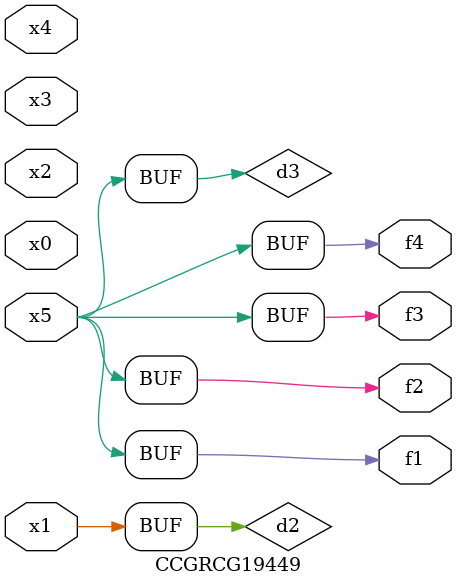
<source format=v>
module CCGRCG19449(
	input x0, x1, x2, x3, x4, x5,
	output f1, f2, f3, f4
);

	wire d1, d2, d3;

	not (d1, x5);
	or (d2, x1);
	xnor (d3, d1);
	assign f1 = d3;
	assign f2 = d3;
	assign f3 = d3;
	assign f4 = d3;
endmodule

</source>
